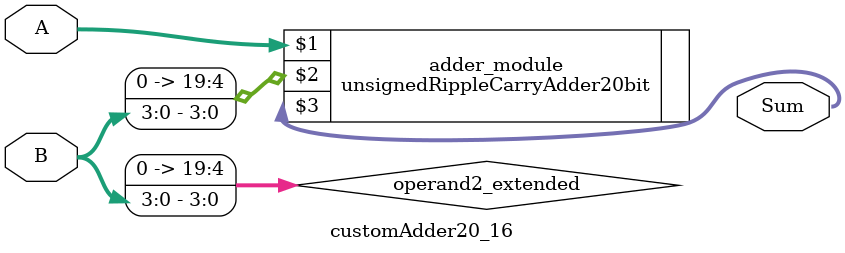
<source format=v>

module customAdder20_16(
                    input [19 : 0] A,
                    input [3 : 0] B,
                    
                    output [20 : 0] Sum
            );

    wire [19 : 0] operand2_extended;
    
    assign operand2_extended =  {16'b0, B};
    
    unsignedRippleCarryAdder20bit adder_module(
        A,
        operand2_extended,
        Sum
    );
    
endmodule
        
</source>
